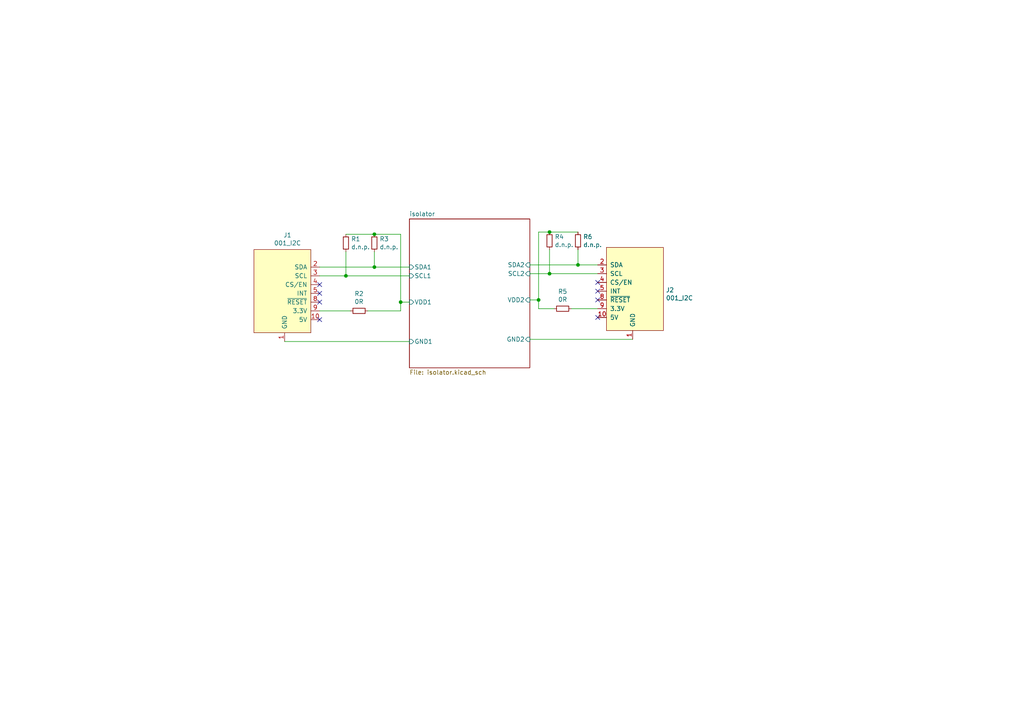
<source format=kicad_sch>
(kicad_sch (version 20211123) (generator eeschema)

  (uuid 7f3eb118-a20c-4239-b800-c9211c66847d)

  (paper "A4")

  (lib_symbols
    (symbol "001_I2C_1" (pin_names (offset 1.016)) (in_bom yes) (on_board yes)
      (property "Reference" "J" (id 0) (at -2.54 13.97 0)
        (effects (font (size 1.27 1.27)))
      )
      (property "Value" "001_I2C_1" (id 1) (at 8.89 13.97 0)
        (effects (font (size 1.27 1.27)))
      )
      (property "Footprint" "" (id 2) (at 7.62 16.51 0)
        (effects (font (size 1.27 1.27)) hide)
      )
      (property "Datasheet" "" (id 3) (at 7.62 16.51 0)
        (effects (font (size 1.27 1.27)) hide)
      )
      (symbol "001_I2C_1_0_1"
        (rectangle (start -8.89 12.7) (end 7.62 -11.43)
          (stroke (width 0) (type default) (color 0 0 0 0))
          (fill (type background))
        )
      )
      (symbol "001_I2C_1_1_1"
        (pin power_in line (at -1.27 -13.97 90) (length 2.54)
          (name "GND" (effects (font (size 1.27 1.27))))
          (number "1" (effects (font (size 1.27 1.27))))
        )
        (pin power_in line (at -11.43 -7.62 0) (length 2.54)
          (name "5V" (effects (font (size 1.27 1.27))))
          (number "10" (effects (font (size 1.27 1.27))))
        )
        (pin bidirectional line (at -11.43 7.62 0) (length 2.54)
          (name "SDA" (effects (font (size 1.27 1.27))))
          (number "2" (effects (font (size 1.27 1.27))))
        )
        (pin bidirectional line (at -11.43 5.08 0) (length 2.54)
          (name "SCL" (effects (font (size 1.27 1.27))))
          (number "3" (effects (font (size 1.27 1.27))))
        )
        (pin bidirectional line (at -11.43 2.54 0) (length 2.54)
          (name "CS/EN" (effects (font (size 1.27 1.27))))
          (number "4" (effects (font (size 1.27 1.27))))
        )
        (pin bidirectional line (at -11.43 0 0) (length 2.54)
          (name "INT" (effects (font (size 1.27 1.27))))
          (number "5" (effects (font (size 1.27 1.27))))
        )
        (pin bidirectional line (at -11.43 -2.54 0) (length 2.54)
          (name "~{RESET}" (effects (font (size 1.27 1.27))))
          (number "8" (effects (font (size 1.27 1.27))))
        )
        (pin power_in line (at -11.43 -5.08 0) (length 2.54)
          (name "3.3V" (effects (font (size 1.27 1.27))))
          (number "9" (effects (font (size 1.27 1.27))))
        )
      )
    )
    (symbol "Device:R_Small" (pin_numbers hide) (pin_names (offset 0.254) hide) (in_bom yes) (on_board yes)
      (property "Reference" "R" (id 0) (at 0.762 0.508 0)
        (effects (font (size 1.27 1.27)) (justify left))
      )
      (property "Value" "R_Small" (id 1) (at 0.762 -1.016 0)
        (effects (font (size 1.27 1.27)) (justify left))
      )
      (property "Footprint" "" (id 2) (at 0 0 0)
        (effects (font (size 1.27 1.27)) hide)
      )
      (property "Datasheet" "~" (id 3) (at 0 0 0)
        (effects (font (size 1.27 1.27)) hide)
      )
      (property "ki_keywords" "R resistor" (id 4) (at 0 0 0)
        (effects (font (size 1.27 1.27)) hide)
      )
      (property "ki_description" "Resistor, small symbol" (id 5) (at 0 0 0)
        (effects (font (size 1.27 1.27)) hide)
      )
      (property "ki_fp_filters" "R_*" (id 6) (at 0 0 0)
        (effects (font (size 1.27 1.27)) hide)
      )
      (symbol "R_Small_0_1"
        (rectangle (start -0.762 1.778) (end 0.762 -1.778)
          (stroke (width 0.2032) (type default) (color 0 0 0 0))
          (fill (type none))
        )
      )
      (symbol "R_Small_1_1"
        (pin passive line (at 0 2.54 270) (length 0.762)
          (name "~" (effects (font (size 1.27 1.27))))
          (number "1" (effects (font (size 1.27 1.27))))
        )
        (pin passive line (at 0 -2.54 90) (length 0.762)
          (name "~" (effects (font (size 1.27 1.27))))
          (number "2" (effects (font (size 1.27 1.27))))
        )
      )
    )
    (symbol "put_on_edge:001_I2C" (pin_names (offset 1.016)) (in_bom yes) (on_board yes)
      (property "Reference" "J" (id 0) (at -2.54 13.97 0)
        (effects (font (size 1.27 1.27)))
      )
      (property "Value" "001_I2C" (id 1) (at 8.89 13.97 0)
        (effects (font (size 1.27 1.27)))
      )
      (property "Footprint" "" (id 2) (at 7.62 16.51 0)
        (effects (font (size 1.27 1.27)) hide)
      )
      (property "Datasheet" "" (id 3) (at 7.62 16.51 0)
        (effects (font (size 1.27 1.27)) hide)
      )
      (symbol "001_I2C_0_1"
        (rectangle (start -8.89 12.7) (end 7.62 -11.43)
          (stroke (width 0) (type default) (color 0 0 0 0))
          (fill (type background))
        )
      )
      (symbol "001_I2C_1_1"
        (pin power_in line (at -1.27 -13.97 90) (length 2.54)
          (name "GND" (effects (font (size 1.27 1.27))))
          (number "1" (effects (font (size 1.27 1.27))))
        )
        (pin power_in line (at -11.43 -7.62 0) (length 2.54)
          (name "5V" (effects (font (size 1.27 1.27))))
          (number "10" (effects (font (size 1.27 1.27))))
        )
        (pin bidirectional line (at -11.43 7.62 0) (length 2.54)
          (name "SDA" (effects (font (size 1.27 1.27))))
          (number "2" (effects (font (size 1.27 1.27))))
        )
        (pin bidirectional line (at -11.43 5.08 0) (length 2.54)
          (name "SCL" (effects (font (size 1.27 1.27))))
          (number "3" (effects (font (size 1.27 1.27))))
        )
        (pin bidirectional line (at -11.43 2.54 0) (length 2.54)
          (name "CS/EN" (effects (font (size 1.27 1.27))))
          (number "4" (effects (font (size 1.27 1.27))))
        )
        (pin bidirectional line (at -11.43 0 0) (length 2.54)
          (name "INT" (effects (font (size 1.27 1.27))))
          (number "5" (effects (font (size 1.27 1.27))))
        )
        (pin bidirectional line (at -11.43 -2.54 0) (length 2.54)
          (name "~{RESET}" (effects (font (size 1.27 1.27))))
          (number "8" (effects (font (size 1.27 1.27))))
        )
        (pin power_in line (at -11.43 -5.08 0) (length 2.54)
          (name "3.3V" (effects (font (size 1.27 1.27))))
          (number "9" (effects (font (size 1.27 1.27))))
        )
      )
    )
  )

  (junction (at 159.385 67.31) (diameter 0) (color 0 0 0 0)
    (uuid 0d0bb7b2-a6e5-46d2-9492-a1aa6e5a7b2f)
  )
  (junction (at 100.33 80.01) (diameter 0) (color 0 0 0 0)
    (uuid 0dcdf1b8-13c6-48b4-bd94-5d26038ff231)
  )
  (junction (at 167.64 76.835) (diameter 0) (color 0 0 0 0)
    (uuid 6a44418c-7bb4-4e99-8836-57f153c19721)
  )
  (junction (at 108.585 67.945) (diameter 0) (color 0 0 0 0)
    (uuid 98e81e80-1f85-4152-be3f-99785ea97751)
  )
  (junction (at 156.21 86.995) (diameter 0) (color 0 0 0 0)
    (uuid bf0a2e30-b23c-4365-a74c-35608e844028)
  )
  (junction (at 116.205 87.63) (diameter 0) (color 0 0 0 0)
    (uuid c5f5c3e0-814e-4f5c-948d-65dd6beae603)
  )
  (junction (at 159.385 79.375) (diameter 0) (color 0 0 0 0)
    (uuid c70d9ef3-bfeb-47e0-a1e1-9aeba3da7864)
  )
  (junction (at 108.585 77.47) (diameter 0) (color 0 0 0 0)
    (uuid f976e2cc-36f9-4479-a816-2c74d1d5da6f)
  )

  (no_connect (at 92.71 85.09) (uuid 2bf3f24b-fd30-41a7-a274-9b519491916b))
  (no_connect (at 173.355 81.915) (uuid 35354519-a28c-40c4-befd-0943e98dea53))
  (no_connect (at 173.355 84.455) (uuid 38f2d955-ea7a-4a21-aba6-02ae23f1bd4a))
  (no_connect (at 92.71 82.55) (uuid 4831966c-bb32-4bc8-a400-0382a02ffa1c))
  (no_connect (at 173.355 92.075) (uuid 5119fade-d4e1-48f3-bf96-c8a8d9a56f55))
  (no_connect (at 173.355 86.995) (uuid 6b25f522-8e2d-4cd8-9d5d-a2b80f60133b))
  (no_connect (at 92.71 87.63) (uuid bb8f0f41-1ad2-4ac9-9863-06b75bba371f))
  (no_connect (at 92.71 92.71) (uuid bb8f0f41-1ad2-4ac9-9863-06b75bba371f))

  (wire (pts (xy 167.64 76.835) (xy 173.355 76.835))
    (stroke (width 0) (type default) (color 0 0 0 0))
    (uuid 0147f16a-c952-4891-8f53-a9fb8cddeb8d)
  )
  (wire (pts (xy 116.205 87.63) (xy 118.745 87.63))
    (stroke (width 0) (type default) (color 0 0 0 0))
    (uuid 03d88a85-11fd-47aa-954c-c318bb15294a)
  )
  (wire (pts (xy 153.67 79.375) (xy 159.385 79.375))
    (stroke (width 0) (type default) (color 0 0 0 0))
    (uuid 0f41a909-27c4-4be2-9d5e-9ae2108c8ff5)
  )
  (wire (pts (xy 156.21 86.995) (xy 153.67 86.995))
    (stroke (width 0) (type default) (color 0 0 0 0))
    (uuid 15875808-74d5-4210-b8ca-aa8fbc04ae21)
  )
  (wire (pts (xy 100.33 73.025) (xy 100.33 80.01))
    (stroke (width 0) (type default) (color 0 0 0 0))
    (uuid 1a2f72d1-0b36-4610-afc4-4ad1660d5d3b)
  )
  (wire (pts (xy 160.655 89.535) (xy 156.21 89.535))
    (stroke (width 0) (type default) (color 0 0 0 0))
    (uuid 1b54105e-6590-4d26-a763-ecfcf81eedc4)
  )
  (wire (pts (xy 116.205 87.63) (xy 116.205 90.17))
    (stroke (width 0) (type default) (color 0 0 0 0))
    (uuid 20aad22e-f748-451d-aefa-a8a8fe0695e2)
  )
  (wire (pts (xy 118.745 80.01) (xy 100.33 80.01))
    (stroke (width 0) (type default) (color 0 0 0 0))
    (uuid 4d4b0fcd-2c79-4fc3-b5fa-7a0741601344)
  )
  (wire (pts (xy 159.385 79.375) (xy 173.355 79.375))
    (stroke (width 0) (type default) (color 0 0 0 0))
    (uuid 4e3d7c0d-12e3-42f2-b944-e4bcdbbcac2a)
  )
  (wire (pts (xy 108.585 73.025) (xy 108.585 77.47))
    (stroke (width 0) (type default) (color 0 0 0 0))
    (uuid 58dc14f9-c158-4824-a84e-24a6a482a7a4)
  )
  (wire (pts (xy 159.385 72.39) (xy 159.385 79.375))
    (stroke (width 0) (type default) (color 0 0 0 0))
    (uuid 5b2b5c7d-f943-4634-9f0a-e9561705c49d)
  )
  (wire (pts (xy 153.67 76.835) (xy 167.64 76.835))
    (stroke (width 0) (type default) (color 0 0 0 0))
    (uuid 632acde9-b7fd-4f04-8cb4-d2cbb06b3595)
  )
  (wire (pts (xy 100.33 67.945) (xy 108.585 67.945))
    (stroke (width 0) (type default) (color 0 0 0 0))
    (uuid 712d6a7d-2b62-464f-b745-fd2a6b0187f6)
  )
  (wire (pts (xy 108.585 67.945) (xy 116.205 67.945))
    (stroke (width 0) (type default) (color 0 0 0 0))
    (uuid 842e430f-0c35-45f3-a0b5-95ae7b7ae388)
  )
  (wire (pts (xy 101.6 90.17) (xy 92.71 90.17))
    (stroke (width 0) (type default) (color 0 0 0 0))
    (uuid a9ec539a-d80d-40cc-803c-12b6adefe42a)
  )
  (wire (pts (xy 167.64 72.39) (xy 167.64 76.835))
    (stroke (width 0) (type default) (color 0 0 0 0))
    (uuid aa02e544-13f5-4cf8-a5f4-3e6cda006090)
  )
  (wire (pts (xy 165.735 89.535) (xy 173.355 89.535))
    (stroke (width 0) (type default) (color 0 0 0 0))
    (uuid afd3dbad-e7a8-4e4c-b77c-4065a69aefa2)
  )
  (wire (pts (xy 159.385 67.31) (xy 156.21 67.31))
    (stroke (width 0) (type default) (color 0 0 0 0))
    (uuid b1169a2d-8998-4b50-a48d-c520bcc1b8e1)
  )
  (wire (pts (xy 116.205 67.945) (xy 116.205 87.63))
    (stroke (width 0) (type default) (color 0 0 0 0))
    (uuid b3d08afa-f296-4e3b-8825-73b6331d35bf)
  )
  (wire (pts (xy 108.585 77.47) (xy 118.745 77.47))
    (stroke (width 0) (type default) (color 0 0 0 0))
    (uuid b635b16e-60bb-4b3e-9fc3-47d34eef8381)
  )
  (wire (pts (xy 106.68 90.17) (xy 116.205 90.17))
    (stroke (width 0) (type default) (color 0 0 0 0))
    (uuid c264c438-a475-4ad4-9915-0f1e6ecf3053)
  )
  (wire (pts (xy 167.64 67.31) (xy 159.385 67.31))
    (stroke (width 0) (type default) (color 0 0 0 0))
    (uuid d1262c4d-2245-4c4f-8f35-7bb32cd9e21e)
  )
  (wire (pts (xy 156.21 67.31) (xy 156.21 86.995))
    (stroke (width 0) (type default) (color 0 0 0 0))
    (uuid d22e95aa-f3db-4fbc-a331-048a2523233e)
  )
  (wire (pts (xy 153.67 98.425) (xy 183.515 98.425))
    (stroke (width 0) (type default) (color 0 0 0 0))
    (uuid dabe541b-b164-4180-97a4-5ca761b86800)
  )
  (wire (pts (xy 100.33 80.01) (xy 92.71 80.01))
    (stroke (width 0) (type default) (color 0 0 0 0))
    (uuid dde3dba8-1b81-466c-93a3-c284ff4da1ef)
  )
  (wire (pts (xy 118.745 99.06) (xy 82.55 99.06))
    (stroke (width 0) (type default) (color 0 0 0 0))
    (uuid e12e827e-36be-4503-8eef-6fc7e8bc5d49)
  )
  (wire (pts (xy 92.71 77.47) (xy 108.585 77.47))
    (stroke (width 0) (type default) (color 0 0 0 0))
    (uuid e25ce415-914a-48fe-bf09-324317917b2e)
  )
  (wire (pts (xy 156.21 86.995) (xy 156.21 89.535))
    (stroke (width 0) (type default) (color 0 0 0 0))
    (uuid f9ad0a84-1e11-4c0a-991a-017595870ed8)
  )

  (symbol (lib_name "001_I2C_1") (lib_id "put_on_edge:001_I2C") (at 81.28 85.09 0) (mirror y) (unit 1)
    (in_bom yes) (on_board yes)
    (uuid 00000000-0000-0000-0000-000060a193fc)
    (property "Reference" "J1" (id 0) (at 83.3882 68.199 0))
    (property "Value" "001_I2C" (id 1) (at 83.3882 70.5104 0))
    (property "Footprint" "on_edge:on_edge_2x05_device" (id 2) (at 73.66 68.58 0)
      (effects (font (size 1.27 1.27)) hide)
    )
    (property "Datasheet" "" (id 3) (at 73.66 68.58 0)
      (effects (font (size 1.27 1.27)) hide)
    )
    (pin "1" (uuid 53ae3c17-5b8b-4b4d-8f92-d5546e05be92))
    (pin "10" (uuid 49f6bac6-1348-4033-83a9-ecd3251a4cb7))
    (pin "2" (uuid 8867540e-0a1c-49f3-baa2-454e083f580b))
    (pin "3" (uuid 22bc4dd2-c2c4-4b5a-8a6a-2f85e97be967))
    (pin "4" (uuid 6dc966bc-2ab4-485a-8775-1b6a82af49c3))
    (pin "5" (uuid 9184da3e-f9ce-4d3d-a19e-4e756c22ab32))
    (pin "8" (uuid 020ec23b-4b68-4eff-bbce-232569715ea6))
    (pin "9" (uuid 8c044747-6f51-4298-b058-074814831f90))
  )

  (symbol (lib_id "put_on_edge:001_I2C") (at 184.785 84.455 0) (unit 1)
    (in_bom yes) (on_board yes)
    (uuid 00000000-0000-0000-0000-000060a19c16)
    (property "Reference" "J2" (id 0) (at 193.1162 84.1248 0)
      (effects (font (size 1.27 1.27)) (justify left))
    )
    (property "Value" "001_I2C" (id 1) (at 193.1162 86.4362 0)
      (effects (font (size 1.27 1.27)) (justify left))
    )
    (property "Footprint" "on_edge:on_edge_2x05_host" (id 2) (at 192.405 67.945 0)
      (effects (font (size 1.27 1.27)) hide)
    )
    (property "Datasheet" "" (id 3) (at 192.405 67.945 0)
      (effects (font (size 1.27 1.27)) hide)
    )
    (pin "1" (uuid 87fe4799-c5bf-416f-97e6-b023e8854c51))
    (pin "10" (uuid 0bd75fc4-14d2-45c0-a47a-ac9dce3782c8))
    (pin "2" (uuid 94d5cf93-1182-4470-86cd-c981a2884463))
    (pin "3" (uuid c445d4d4-e20d-4fa9-908c-9c57d83fcae4))
    (pin "4" (uuid b7bfe5e0-662c-4d49-b30c-634f732f9425))
    (pin "5" (uuid 2fc4599c-4e40-4332-b7df-ccaf604aba89))
    (pin "8" (uuid 1526cdae-300d-4efe-ac6c-4501232b31fb))
    (pin "9" (uuid 740b4856-0bd7-488a-ad46-1775858428b0))
  )

  (symbol (lib_id "Device:R_Small") (at 104.14 90.17 270) (unit 1)
    (in_bom yes) (on_board yes)
    (uuid 00000000-0000-0000-0000-000060a1a962)
    (property "Reference" "R2" (id 0) (at 104.14 85.1916 90))
    (property "Value" "0R" (id 1) (at 104.14 87.503 90))
    (property "Footprint" "Resistor_SMD:R_0603_1608Metric" (id 2) (at 104.14 90.17 0)
      (effects (font (size 1.27 1.27)) hide)
    )
    (property "Datasheet" "~" (id 3) (at 104.14 90.17 0)
      (effects (font (size 1.27 1.27)) hide)
    )
    (pin "1" (uuid d652cc14-cade-40ef-aafa-a5f29bc86d85))
    (pin "2" (uuid 5f9d1aa0-c562-4be5-8427-924789f0eb0d))
  )

  (symbol (lib_id "Device:R_Small") (at 163.195 89.535 270) (unit 1)
    (in_bom yes) (on_board yes)
    (uuid 00000000-0000-0000-0000-000060a1bc1f)
    (property "Reference" "R5" (id 0) (at 163.195 84.5566 90))
    (property "Value" "0R" (id 1) (at 163.195 86.868 90))
    (property "Footprint" "Resistor_SMD:R_0603_1608Metric" (id 2) (at 163.195 89.535 0)
      (effects (font (size 1.27 1.27)) hide)
    )
    (property "Datasheet" "~" (id 3) (at 163.195 89.535 0)
      (effects (font (size 1.27 1.27)) hide)
    )
    (pin "1" (uuid f8a26d2e-ad7f-4b08-8ad1-68361c6a3ac6))
    (pin "2" (uuid ae3f60f6-bcec-4ac2-b315-0c6f8465db71))
  )

  (symbol (lib_id "Device:R_Small") (at 100.33 70.485 180) (unit 1)
    (in_bom yes) (on_board yes)
    (uuid 00000000-0000-0000-0000-000060a1caa2)
    (property "Reference" "R1" (id 0) (at 101.8286 69.3166 0)
      (effects (font (size 1.27 1.27)) (justify right))
    )
    (property "Value" "d.n.p." (id 1) (at 101.8286 71.628 0)
      (effects (font (size 1.27 1.27)) (justify right))
    )
    (property "Footprint" "Resistor_SMD:R_0603_1608Metric" (id 2) (at 100.33 70.485 0)
      (effects (font (size 1.27 1.27)) hide)
    )
    (property "Datasheet" "~" (id 3) (at 100.33 70.485 0)
      (effects (font (size 1.27 1.27)) hide)
    )
    (pin "1" (uuid beed8f8a-1c85-4fca-b97d-f92303480e10))
    (pin "2" (uuid 3532dee9-6e3a-45a8-875d-a70e3d243b65))
  )

  (symbol (lib_id "Device:R_Small") (at 108.585 70.485 180) (unit 1)
    (in_bom yes) (on_board yes)
    (uuid 00000000-0000-0000-0000-000060a1d802)
    (property "Reference" "R3" (id 0) (at 110.0836 69.3166 0)
      (effects (font (size 1.27 1.27)) (justify right))
    )
    (property "Value" "d.n.p." (id 1) (at 110.0836 71.628 0)
      (effects (font (size 1.27 1.27)) (justify right))
    )
    (property "Footprint" "Resistor_SMD:R_0603_1608Metric" (id 2) (at 108.585 70.485 0)
      (effects (font (size 1.27 1.27)) hide)
    )
    (property "Datasheet" "~" (id 3) (at 108.585 70.485 0)
      (effects (font (size 1.27 1.27)) hide)
    )
    (pin "1" (uuid 1b233c8c-8e4a-4c26-975f-e67af83aac92))
    (pin "2" (uuid cad50bd6-6adf-487f-8379-b93249b9a01b))
  )

  (symbol (lib_id "Device:R_Small") (at 159.385 69.85 180) (unit 1)
    (in_bom yes) (on_board yes)
    (uuid 00000000-0000-0000-0000-000060a1f086)
    (property "Reference" "R4" (id 0) (at 160.8836 68.6816 0)
      (effects (font (size 1.27 1.27)) (justify right))
    )
    (property "Value" "d.n.p." (id 1) (at 160.8836 70.993 0)
      (effects (font (size 1.27 1.27)) (justify right))
    )
    (property "Footprint" "Resistor_SMD:R_0603_1608Metric" (id 2) (at 159.385 69.85 0)
      (effects (font (size 1.27 1.27)) hide)
    )
    (property "Datasheet" "~" (id 3) (at 159.385 69.85 0)
      (effects (font (size 1.27 1.27)) hide)
    )
    (pin "1" (uuid e6ae822c-6d00-4d86-9637-cc033ae32648))
    (pin "2" (uuid ebde1f49-aa41-4803-96de-e201e4dbbbeb))
  )

  (symbol (lib_id "Device:R_Small") (at 167.64 69.85 180) (unit 1)
    (in_bom yes) (on_board yes)
    (uuid 00000000-0000-0000-0000-000060a1f08c)
    (property "Reference" "R6" (id 0) (at 169.1386 68.6816 0)
      (effects (font (size 1.27 1.27)) (justify right))
    )
    (property "Value" "d.n.p." (id 1) (at 169.1386 70.993 0)
      (effects (font (size 1.27 1.27)) (justify right))
    )
    (property "Footprint" "Resistor_SMD:R_0603_1608Metric" (id 2) (at 167.64 69.85 0)
      (effects (font (size 1.27 1.27)) hide)
    )
    (property "Datasheet" "~" (id 3) (at 167.64 69.85 0)
      (effects (font (size 1.27 1.27)) hide)
    )
    (pin "1" (uuid 9acd0284-010d-4802-96d0-fa90781334ba))
    (pin "2" (uuid 05afbdb8-5932-4c60-b5dc-cb541735b944))
  )

  (sheet (at 118.745 63.5) (size 34.925 43.18) (fields_autoplaced)
    (stroke (width 0) (type solid) (color 0 0 0 0))
    (fill (color 0 0 0 0.0000))
    (uuid 00000000-0000-0000-0000-00006083c3a8)
    (property "Sheet name" "isolator" (id 0) (at 118.745 62.7884 0)
      (effects (font (size 1.27 1.27)) (justify left bottom))
    )
    (property "Sheet file" "isolator.kicad_sch" (id 1) (at 118.745 107.2646 0)
      (effects (font (size 1.27 1.27)) (justify left top))
    )
    (pin "SCL1" input (at 118.745 80.01 180)
      (effects (font (size 1.27 1.27)) (justify left))
      (uuid cbc539d2-6a10-4052-9b7a-f10326dcac67)
    )
    (pin "SDA1" input (at 118.745 77.47 180)
      (effects (font (size 1.27 1.27)) (justify left))
      (uuid 909b030b-fa1a-4fe8-b1ee-422b4d9e23cf)
    )
    (pin "VDD1" input (at 118.745 87.63 180)
      (effects (font (size 1.27 1.27)) (justify left))
      (uuid 936e2ca6-11ae-4f42-9128-52bb329f3d21)
    )
    (pin "GND1" input (at 118.745 99.06 180)
      (effects (font (size 1.27 1.27)) (justify left))
      (uuid ebadd2a5-21ab-4a7e-b5bc-6f737367e560)
    )
    (pin "GND2" input (at 153.67 98.425 0)
      (effects (font (size 1.27 1.27)) (justify right))
      (uuid 4dc6088c-89a5-4db7-b3ae-db4b6396ad49)
    )
    (pin "SCL2" input (at 153.67 79.375 0)
      (effects (font (size 1.27 1.27)) (justify right))
      (uuid 0c30a4be-5679-499f-8c5b-5f3024f9d6cf)
    )
    (pin "SDA2" input (at 153.67 76.835 0)
      (effects (font (size 1.27 1.27)) (justify right))
      (uuid db83d0af-e085-4050-8496-fa2ebdecbd62)
    )
    (pin "VDD2" input (at 153.67 86.995 0)
      (effects (font (size 1.27 1.27)) (justify right))
      (uuid a501555e-bbc7-4b58-ad89-28a0cd3dd6d0)
    )
  )

  (sheet_instances
    (path "/" (page "1"))
    (path "/00000000-0000-0000-0000-00006083c3a8" (page "2"))
  )

  (symbol_instances
    (path "/00000000-0000-0000-0000-00006083c3a8/00000000-0000-0000-0000-000060a18186"
      (reference "C1") (unit 1) (value "100nF") (footprint "Capacitor_SMD:C_0603_1608Metric")
    )
    (path "/00000000-0000-0000-0000-00006083c3a8/00000000-0000-0000-0000-000060a186fc"
      (reference "C2") (unit 1) (value "100nF") (footprint "Capacitor_SMD:C_0603_1608Metric")
    )
    (path "/00000000-0000-0000-0000-000060a193fc"
      (reference "J1") (unit 1) (value "001_I2C") (footprint "on_edge:on_edge_2x05_device")
    )
    (path "/00000000-0000-0000-0000-000060a19c16"
      (reference "J2") (unit 1) (value "001_I2C") (footprint "on_edge:on_edge_2x05_host")
    )
    (path "/00000000-0000-0000-0000-000060a1caa2"
      (reference "R1") (unit 1) (value "d.n.p.") (footprint "Resistor_SMD:R_0603_1608Metric")
    )
    (path "/00000000-0000-0000-0000-000060a1a962"
      (reference "R2") (unit 1) (value "0R") (footprint "Resistor_SMD:R_0603_1608Metric")
    )
    (path "/00000000-0000-0000-0000-000060a1d802"
      (reference "R3") (unit 1) (value "d.n.p.") (footprint "Resistor_SMD:R_0603_1608Metric")
    )
    (path "/00000000-0000-0000-0000-000060a1f086"
      (reference "R4") (unit 1) (value "d.n.p.") (footprint "Resistor_SMD:R_0603_1608Metric")
    )
    (path "/00000000-0000-0000-0000-000060a1bc1f"
      (reference "R5") (unit 1) (value "0R") (footprint "Resistor_SMD:R_0603_1608Metric")
    )
    (path "/00000000-0000-0000-0000-000060a1f08c"
      (reference "R6") (unit 1) (value "d.n.p.") (footprint "Resistor_SMD:R_0603_1608Metric")
    )
    (path "/00000000-0000-0000-0000-00006083c3a8/00000000-0000-0000-0000-000060a1721e"
      (reference "U1") (unit 1) (value "ADUM1251ARZ-RL7") (footprint "Package_SO:SOIC-8_3.9x4.9mm_P1.27mm")
    )
  )
)

</source>
